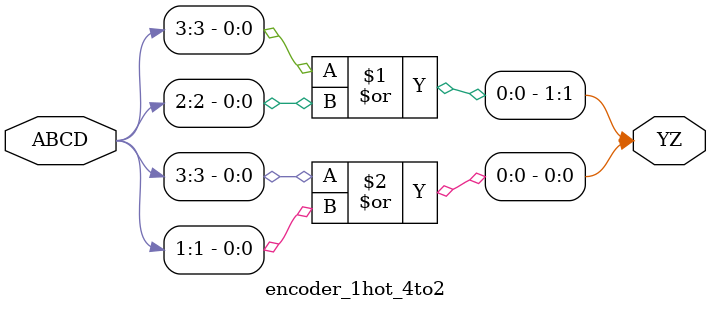
<source format=v>
module encoder_1hot_4to2 (
    output wire [1:0] YZ,
    input wire [3:0] ABCD
);
    assign YZ[1] = ABCD[3] | ABCD[2];
    assign YZ[0] = ABCD[3] | ABCD[1];
endmodule



module wb_en;
    wire [3:0] ABCD;
    wire [1:0] YZ;
    
    encoder_1hot_4to2 enc_1hot(YZ, ABCD);
    tb_encoder tb(ABCD, YZ);
endmodule

</source>
